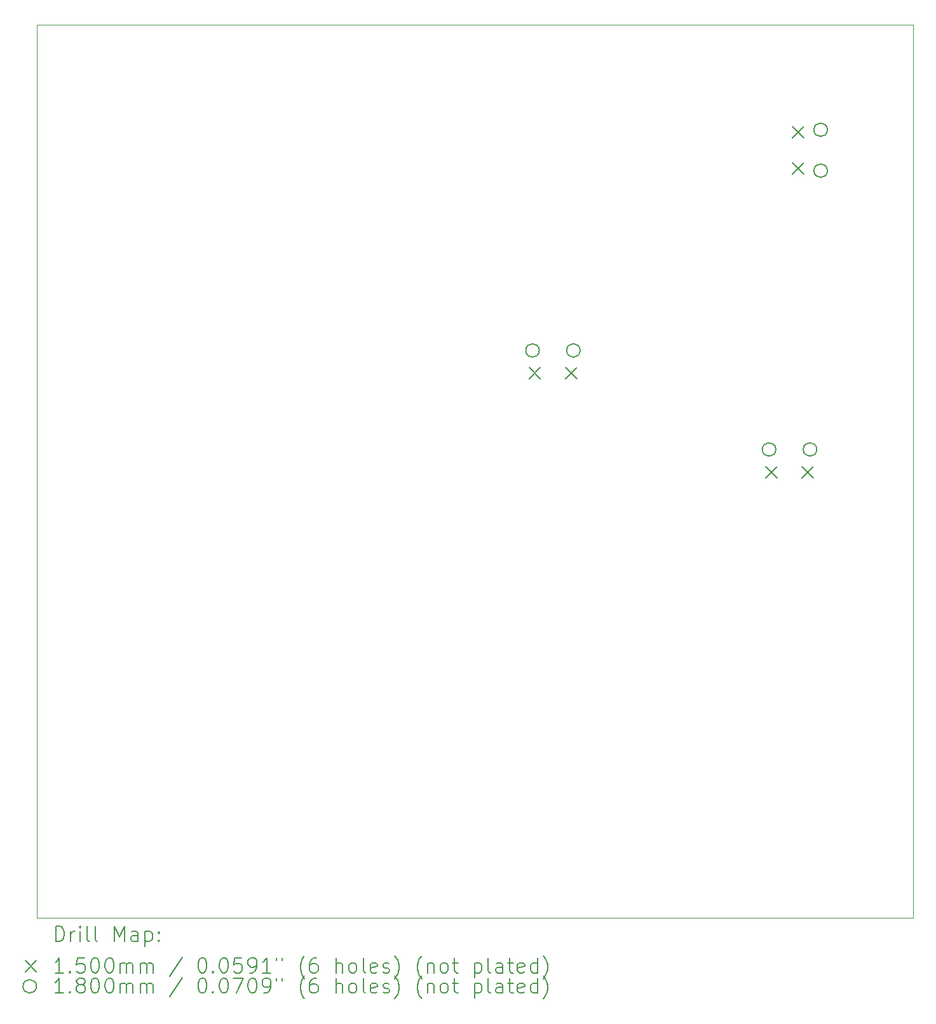
<source format=gbr>
%TF.GenerationSoftware,KiCad,Pcbnew,6.0.11-2627ca5db0~126~ubuntu22.04.1*%
%TF.CreationDate,2023-02-12T16:42:52+00:00*%
%TF.ProjectId,srom,73726f6d-2e6b-4696-9361-645f70636258,v1.0*%
%TF.SameCoordinates,Original*%
%TF.FileFunction,Drillmap*%
%TF.FilePolarity,Positive*%
%FSLAX45Y45*%
G04 Gerber Fmt 4.5, Leading zero omitted, Abs format (unit mm)*
G04 Created by KiCad (PCBNEW 6.0.11-2627ca5db0~126~ubuntu22.04.1) date 2023-02-12 16:42:52*
%MOMM*%
%LPD*%
G01*
G04 APERTURE LIST*
%ADD10C,0.100000*%
%ADD11C,0.200000*%
%ADD12C,0.150000*%
%ADD13C,0.180000*%
G04 APERTURE END LIST*
D10*
X4542000Y-5612000D02*
X16218000Y-5612000D01*
X16218000Y-5612000D02*
X16218000Y-17507000D01*
X16218000Y-17507000D02*
X4542000Y-17507000D01*
X4542000Y-17507000D02*
X4542000Y-5612000D01*
D11*
D12*
X11101500Y-10179500D02*
X11251500Y-10329500D01*
X11251500Y-10179500D02*
X11101500Y-10329500D01*
X11586500Y-10179500D02*
X11736500Y-10329500D01*
X11736500Y-10179500D02*
X11586500Y-10329500D01*
X14253500Y-11498500D02*
X14403500Y-11648500D01*
X14403500Y-11498500D02*
X14253500Y-11648500D01*
X14607500Y-6967500D02*
X14757500Y-7117500D01*
X14757500Y-6967500D02*
X14607500Y-7117500D01*
X14607500Y-7452500D02*
X14757500Y-7602500D01*
X14757500Y-7452500D02*
X14607500Y-7602500D01*
X14738500Y-11498500D02*
X14888500Y-11648500D01*
X14888500Y-11498500D02*
X14738500Y-11648500D01*
D13*
X11236500Y-9951500D02*
G75*
G03*
X11236500Y-9951500I-90000J0D01*
G01*
X11781500Y-9951500D02*
G75*
G03*
X11781500Y-9951500I-90000J0D01*
G01*
X14388500Y-11270500D02*
G75*
G03*
X14388500Y-11270500I-90000J0D01*
G01*
X14933500Y-11270500D02*
G75*
G03*
X14933500Y-11270500I-90000J0D01*
G01*
X15075500Y-7012500D02*
G75*
G03*
X15075500Y-7012500I-90000J0D01*
G01*
X15075500Y-7557500D02*
G75*
G03*
X15075500Y-7557500I-90000J0D01*
G01*
D11*
X4794619Y-17822476D02*
X4794619Y-17622476D01*
X4842238Y-17622476D01*
X4870810Y-17632000D01*
X4889857Y-17651048D01*
X4899381Y-17670095D01*
X4908905Y-17708190D01*
X4908905Y-17736762D01*
X4899381Y-17774857D01*
X4889857Y-17793905D01*
X4870810Y-17812952D01*
X4842238Y-17822476D01*
X4794619Y-17822476D01*
X4994619Y-17822476D02*
X4994619Y-17689143D01*
X4994619Y-17727238D02*
X5004143Y-17708190D01*
X5013667Y-17698667D01*
X5032714Y-17689143D01*
X5051762Y-17689143D01*
X5118429Y-17822476D02*
X5118429Y-17689143D01*
X5118429Y-17622476D02*
X5108905Y-17632000D01*
X5118429Y-17641524D01*
X5127952Y-17632000D01*
X5118429Y-17622476D01*
X5118429Y-17641524D01*
X5242238Y-17822476D02*
X5223190Y-17812952D01*
X5213667Y-17793905D01*
X5213667Y-17622476D01*
X5347000Y-17822476D02*
X5327952Y-17812952D01*
X5318429Y-17793905D01*
X5318429Y-17622476D01*
X5575571Y-17822476D02*
X5575571Y-17622476D01*
X5642238Y-17765333D01*
X5708905Y-17622476D01*
X5708905Y-17822476D01*
X5889857Y-17822476D02*
X5889857Y-17717714D01*
X5880333Y-17698667D01*
X5861286Y-17689143D01*
X5823190Y-17689143D01*
X5804143Y-17698667D01*
X5889857Y-17812952D02*
X5870809Y-17822476D01*
X5823190Y-17822476D01*
X5804143Y-17812952D01*
X5794619Y-17793905D01*
X5794619Y-17774857D01*
X5804143Y-17755810D01*
X5823190Y-17746286D01*
X5870809Y-17746286D01*
X5889857Y-17736762D01*
X5985095Y-17689143D02*
X5985095Y-17889143D01*
X5985095Y-17698667D02*
X6004143Y-17689143D01*
X6042238Y-17689143D01*
X6061286Y-17698667D01*
X6070809Y-17708190D01*
X6080333Y-17727238D01*
X6080333Y-17784381D01*
X6070809Y-17803429D01*
X6061286Y-17812952D01*
X6042238Y-17822476D01*
X6004143Y-17822476D01*
X5985095Y-17812952D01*
X6166048Y-17803429D02*
X6175571Y-17812952D01*
X6166048Y-17822476D01*
X6156524Y-17812952D01*
X6166048Y-17803429D01*
X6166048Y-17822476D01*
X6166048Y-17698667D02*
X6175571Y-17708190D01*
X6166048Y-17717714D01*
X6156524Y-17708190D01*
X6166048Y-17698667D01*
X6166048Y-17717714D01*
D12*
X4387000Y-18077000D02*
X4537000Y-18227000D01*
X4537000Y-18077000D02*
X4387000Y-18227000D01*
D11*
X4899381Y-18242476D02*
X4785095Y-18242476D01*
X4842238Y-18242476D02*
X4842238Y-18042476D01*
X4823190Y-18071048D01*
X4804143Y-18090095D01*
X4785095Y-18099619D01*
X4985095Y-18223429D02*
X4994619Y-18232952D01*
X4985095Y-18242476D01*
X4975571Y-18232952D01*
X4985095Y-18223429D01*
X4985095Y-18242476D01*
X5175571Y-18042476D02*
X5080333Y-18042476D01*
X5070810Y-18137714D01*
X5080333Y-18128190D01*
X5099381Y-18118667D01*
X5147000Y-18118667D01*
X5166048Y-18128190D01*
X5175571Y-18137714D01*
X5185095Y-18156762D01*
X5185095Y-18204381D01*
X5175571Y-18223429D01*
X5166048Y-18232952D01*
X5147000Y-18242476D01*
X5099381Y-18242476D01*
X5080333Y-18232952D01*
X5070810Y-18223429D01*
X5308905Y-18042476D02*
X5327952Y-18042476D01*
X5347000Y-18052000D01*
X5356524Y-18061524D01*
X5366048Y-18080571D01*
X5375571Y-18118667D01*
X5375571Y-18166286D01*
X5366048Y-18204381D01*
X5356524Y-18223429D01*
X5347000Y-18232952D01*
X5327952Y-18242476D01*
X5308905Y-18242476D01*
X5289857Y-18232952D01*
X5280333Y-18223429D01*
X5270810Y-18204381D01*
X5261286Y-18166286D01*
X5261286Y-18118667D01*
X5270810Y-18080571D01*
X5280333Y-18061524D01*
X5289857Y-18052000D01*
X5308905Y-18042476D01*
X5499381Y-18042476D02*
X5518429Y-18042476D01*
X5537476Y-18052000D01*
X5547000Y-18061524D01*
X5556524Y-18080571D01*
X5566048Y-18118667D01*
X5566048Y-18166286D01*
X5556524Y-18204381D01*
X5547000Y-18223429D01*
X5537476Y-18232952D01*
X5518429Y-18242476D01*
X5499381Y-18242476D01*
X5480333Y-18232952D01*
X5470810Y-18223429D01*
X5461286Y-18204381D01*
X5451762Y-18166286D01*
X5451762Y-18118667D01*
X5461286Y-18080571D01*
X5470810Y-18061524D01*
X5480333Y-18052000D01*
X5499381Y-18042476D01*
X5651762Y-18242476D02*
X5651762Y-18109143D01*
X5651762Y-18128190D02*
X5661286Y-18118667D01*
X5680333Y-18109143D01*
X5708905Y-18109143D01*
X5727952Y-18118667D01*
X5737476Y-18137714D01*
X5737476Y-18242476D01*
X5737476Y-18137714D02*
X5747000Y-18118667D01*
X5766048Y-18109143D01*
X5794619Y-18109143D01*
X5813667Y-18118667D01*
X5823190Y-18137714D01*
X5823190Y-18242476D01*
X5918428Y-18242476D02*
X5918428Y-18109143D01*
X5918428Y-18128190D02*
X5927952Y-18118667D01*
X5947000Y-18109143D01*
X5975571Y-18109143D01*
X5994619Y-18118667D01*
X6004143Y-18137714D01*
X6004143Y-18242476D01*
X6004143Y-18137714D02*
X6013667Y-18118667D01*
X6032714Y-18109143D01*
X6061286Y-18109143D01*
X6080333Y-18118667D01*
X6089857Y-18137714D01*
X6089857Y-18242476D01*
X6480333Y-18032952D02*
X6308905Y-18290095D01*
X6737476Y-18042476D02*
X6756524Y-18042476D01*
X6775571Y-18052000D01*
X6785095Y-18061524D01*
X6794619Y-18080571D01*
X6804143Y-18118667D01*
X6804143Y-18166286D01*
X6794619Y-18204381D01*
X6785095Y-18223429D01*
X6775571Y-18232952D01*
X6756524Y-18242476D01*
X6737476Y-18242476D01*
X6718428Y-18232952D01*
X6708905Y-18223429D01*
X6699381Y-18204381D01*
X6689857Y-18166286D01*
X6689857Y-18118667D01*
X6699381Y-18080571D01*
X6708905Y-18061524D01*
X6718428Y-18052000D01*
X6737476Y-18042476D01*
X6889857Y-18223429D02*
X6899381Y-18232952D01*
X6889857Y-18242476D01*
X6880333Y-18232952D01*
X6889857Y-18223429D01*
X6889857Y-18242476D01*
X7023190Y-18042476D02*
X7042238Y-18042476D01*
X7061286Y-18052000D01*
X7070809Y-18061524D01*
X7080333Y-18080571D01*
X7089857Y-18118667D01*
X7089857Y-18166286D01*
X7080333Y-18204381D01*
X7070809Y-18223429D01*
X7061286Y-18232952D01*
X7042238Y-18242476D01*
X7023190Y-18242476D01*
X7004143Y-18232952D01*
X6994619Y-18223429D01*
X6985095Y-18204381D01*
X6975571Y-18166286D01*
X6975571Y-18118667D01*
X6985095Y-18080571D01*
X6994619Y-18061524D01*
X7004143Y-18052000D01*
X7023190Y-18042476D01*
X7270809Y-18042476D02*
X7175571Y-18042476D01*
X7166048Y-18137714D01*
X7175571Y-18128190D01*
X7194619Y-18118667D01*
X7242238Y-18118667D01*
X7261286Y-18128190D01*
X7270809Y-18137714D01*
X7280333Y-18156762D01*
X7280333Y-18204381D01*
X7270809Y-18223429D01*
X7261286Y-18232952D01*
X7242238Y-18242476D01*
X7194619Y-18242476D01*
X7175571Y-18232952D01*
X7166048Y-18223429D01*
X7375571Y-18242476D02*
X7413667Y-18242476D01*
X7432714Y-18232952D01*
X7442238Y-18223429D01*
X7461286Y-18194857D01*
X7470809Y-18156762D01*
X7470809Y-18080571D01*
X7461286Y-18061524D01*
X7451762Y-18052000D01*
X7432714Y-18042476D01*
X7394619Y-18042476D01*
X7375571Y-18052000D01*
X7366048Y-18061524D01*
X7356524Y-18080571D01*
X7356524Y-18128190D01*
X7366048Y-18147238D01*
X7375571Y-18156762D01*
X7394619Y-18166286D01*
X7432714Y-18166286D01*
X7451762Y-18156762D01*
X7461286Y-18147238D01*
X7470809Y-18128190D01*
X7661286Y-18242476D02*
X7547000Y-18242476D01*
X7604143Y-18242476D02*
X7604143Y-18042476D01*
X7585095Y-18071048D01*
X7566048Y-18090095D01*
X7547000Y-18099619D01*
X7737476Y-18042476D02*
X7737476Y-18080571D01*
X7813667Y-18042476D02*
X7813667Y-18080571D01*
X8108905Y-18318667D02*
X8099381Y-18309143D01*
X8080333Y-18280571D01*
X8070809Y-18261524D01*
X8061286Y-18232952D01*
X8051762Y-18185333D01*
X8051762Y-18147238D01*
X8061286Y-18099619D01*
X8070809Y-18071048D01*
X8080333Y-18052000D01*
X8099381Y-18023429D01*
X8108905Y-18013905D01*
X8270809Y-18042476D02*
X8232714Y-18042476D01*
X8213667Y-18052000D01*
X8204143Y-18061524D01*
X8185095Y-18090095D01*
X8175571Y-18128190D01*
X8175571Y-18204381D01*
X8185095Y-18223429D01*
X8194619Y-18232952D01*
X8213667Y-18242476D01*
X8251762Y-18242476D01*
X8270809Y-18232952D01*
X8280333Y-18223429D01*
X8289857Y-18204381D01*
X8289857Y-18156762D01*
X8280333Y-18137714D01*
X8270809Y-18128190D01*
X8251762Y-18118667D01*
X8213667Y-18118667D01*
X8194619Y-18128190D01*
X8185095Y-18137714D01*
X8175571Y-18156762D01*
X8527952Y-18242476D02*
X8527952Y-18042476D01*
X8613667Y-18242476D02*
X8613667Y-18137714D01*
X8604143Y-18118667D01*
X8585095Y-18109143D01*
X8556524Y-18109143D01*
X8537476Y-18118667D01*
X8527952Y-18128190D01*
X8737476Y-18242476D02*
X8718429Y-18232952D01*
X8708905Y-18223429D01*
X8699381Y-18204381D01*
X8699381Y-18147238D01*
X8708905Y-18128190D01*
X8718429Y-18118667D01*
X8737476Y-18109143D01*
X8766048Y-18109143D01*
X8785095Y-18118667D01*
X8794619Y-18128190D01*
X8804143Y-18147238D01*
X8804143Y-18204381D01*
X8794619Y-18223429D01*
X8785095Y-18232952D01*
X8766048Y-18242476D01*
X8737476Y-18242476D01*
X8918429Y-18242476D02*
X8899381Y-18232952D01*
X8889857Y-18213905D01*
X8889857Y-18042476D01*
X9070810Y-18232952D02*
X9051762Y-18242476D01*
X9013667Y-18242476D01*
X8994619Y-18232952D01*
X8985095Y-18213905D01*
X8985095Y-18137714D01*
X8994619Y-18118667D01*
X9013667Y-18109143D01*
X9051762Y-18109143D01*
X9070810Y-18118667D01*
X9080333Y-18137714D01*
X9080333Y-18156762D01*
X8985095Y-18175810D01*
X9156524Y-18232952D02*
X9175571Y-18242476D01*
X9213667Y-18242476D01*
X9232714Y-18232952D01*
X9242238Y-18213905D01*
X9242238Y-18204381D01*
X9232714Y-18185333D01*
X9213667Y-18175810D01*
X9185095Y-18175810D01*
X9166048Y-18166286D01*
X9156524Y-18147238D01*
X9156524Y-18137714D01*
X9166048Y-18118667D01*
X9185095Y-18109143D01*
X9213667Y-18109143D01*
X9232714Y-18118667D01*
X9308905Y-18318667D02*
X9318429Y-18309143D01*
X9337476Y-18280571D01*
X9347000Y-18261524D01*
X9356524Y-18232952D01*
X9366048Y-18185333D01*
X9366048Y-18147238D01*
X9356524Y-18099619D01*
X9347000Y-18071048D01*
X9337476Y-18052000D01*
X9318429Y-18023429D01*
X9308905Y-18013905D01*
X9670810Y-18318667D02*
X9661286Y-18309143D01*
X9642238Y-18280571D01*
X9632714Y-18261524D01*
X9623190Y-18232952D01*
X9613667Y-18185333D01*
X9613667Y-18147238D01*
X9623190Y-18099619D01*
X9632714Y-18071048D01*
X9642238Y-18052000D01*
X9661286Y-18023429D01*
X9670810Y-18013905D01*
X9747000Y-18109143D02*
X9747000Y-18242476D01*
X9747000Y-18128190D02*
X9756524Y-18118667D01*
X9775571Y-18109143D01*
X9804143Y-18109143D01*
X9823190Y-18118667D01*
X9832714Y-18137714D01*
X9832714Y-18242476D01*
X9956524Y-18242476D02*
X9937476Y-18232952D01*
X9927952Y-18223429D01*
X9918429Y-18204381D01*
X9918429Y-18147238D01*
X9927952Y-18128190D01*
X9937476Y-18118667D01*
X9956524Y-18109143D01*
X9985095Y-18109143D01*
X10004143Y-18118667D01*
X10013667Y-18128190D01*
X10023190Y-18147238D01*
X10023190Y-18204381D01*
X10013667Y-18223429D01*
X10004143Y-18232952D01*
X9985095Y-18242476D01*
X9956524Y-18242476D01*
X10080333Y-18109143D02*
X10156524Y-18109143D01*
X10108905Y-18042476D02*
X10108905Y-18213905D01*
X10118429Y-18232952D01*
X10137476Y-18242476D01*
X10156524Y-18242476D01*
X10375571Y-18109143D02*
X10375571Y-18309143D01*
X10375571Y-18118667D02*
X10394619Y-18109143D01*
X10432714Y-18109143D01*
X10451762Y-18118667D01*
X10461286Y-18128190D01*
X10470810Y-18147238D01*
X10470810Y-18204381D01*
X10461286Y-18223429D01*
X10451762Y-18232952D01*
X10432714Y-18242476D01*
X10394619Y-18242476D01*
X10375571Y-18232952D01*
X10585095Y-18242476D02*
X10566048Y-18232952D01*
X10556524Y-18213905D01*
X10556524Y-18042476D01*
X10747000Y-18242476D02*
X10747000Y-18137714D01*
X10737476Y-18118667D01*
X10718429Y-18109143D01*
X10680333Y-18109143D01*
X10661286Y-18118667D01*
X10747000Y-18232952D02*
X10727952Y-18242476D01*
X10680333Y-18242476D01*
X10661286Y-18232952D01*
X10651762Y-18213905D01*
X10651762Y-18194857D01*
X10661286Y-18175810D01*
X10680333Y-18166286D01*
X10727952Y-18166286D01*
X10747000Y-18156762D01*
X10813667Y-18109143D02*
X10889857Y-18109143D01*
X10842238Y-18042476D02*
X10842238Y-18213905D01*
X10851762Y-18232952D01*
X10870810Y-18242476D01*
X10889857Y-18242476D01*
X11032714Y-18232952D02*
X11013667Y-18242476D01*
X10975571Y-18242476D01*
X10956524Y-18232952D01*
X10947000Y-18213905D01*
X10947000Y-18137714D01*
X10956524Y-18118667D01*
X10975571Y-18109143D01*
X11013667Y-18109143D01*
X11032714Y-18118667D01*
X11042238Y-18137714D01*
X11042238Y-18156762D01*
X10947000Y-18175810D01*
X11213667Y-18242476D02*
X11213667Y-18042476D01*
X11213667Y-18232952D02*
X11194619Y-18242476D01*
X11156524Y-18242476D01*
X11137476Y-18232952D01*
X11127952Y-18223429D01*
X11118429Y-18204381D01*
X11118429Y-18147238D01*
X11127952Y-18128190D01*
X11137476Y-18118667D01*
X11156524Y-18109143D01*
X11194619Y-18109143D01*
X11213667Y-18118667D01*
X11289857Y-18318667D02*
X11299381Y-18309143D01*
X11318428Y-18280571D01*
X11327952Y-18261524D01*
X11337476Y-18232952D01*
X11347000Y-18185333D01*
X11347000Y-18147238D01*
X11337476Y-18099619D01*
X11327952Y-18071048D01*
X11318428Y-18052000D01*
X11299381Y-18023429D01*
X11289857Y-18013905D01*
D13*
X4537000Y-18422000D02*
G75*
G03*
X4537000Y-18422000I-90000J0D01*
G01*
D11*
X4899381Y-18512476D02*
X4785095Y-18512476D01*
X4842238Y-18512476D02*
X4842238Y-18312476D01*
X4823190Y-18341048D01*
X4804143Y-18360095D01*
X4785095Y-18369619D01*
X4985095Y-18493429D02*
X4994619Y-18502952D01*
X4985095Y-18512476D01*
X4975571Y-18502952D01*
X4985095Y-18493429D01*
X4985095Y-18512476D01*
X5108905Y-18398190D02*
X5089857Y-18388667D01*
X5080333Y-18379143D01*
X5070810Y-18360095D01*
X5070810Y-18350571D01*
X5080333Y-18331524D01*
X5089857Y-18322000D01*
X5108905Y-18312476D01*
X5147000Y-18312476D01*
X5166048Y-18322000D01*
X5175571Y-18331524D01*
X5185095Y-18350571D01*
X5185095Y-18360095D01*
X5175571Y-18379143D01*
X5166048Y-18388667D01*
X5147000Y-18398190D01*
X5108905Y-18398190D01*
X5089857Y-18407714D01*
X5080333Y-18417238D01*
X5070810Y-18436286D01*
X5070810Y-18474381D01*
X5080333Y-18493429D01*
X5089857Y-18502952D01*
X5108905Y-18512476D01*
X5147000Y-18512476D01*
X5166048Y-18502952D01*
X5175571Y-18493429D01*
X5185095Y-18474381D01*
X5185095Y-18436286D01*
X5175571Y-18417238D01*
X5166048Y-18407714D01*
X5147000Y-18398190D01*
X5308905Y-18312476D02*
X5327952Y-18312476D01*
X5347000Y-18322000D01*
X5356524Y-18331524D01*
X5366048Y-18350571D01*
X5375571Y-18388667D01*
X5375571Y-18436286D01*
X5366048Y-18474381D01*
X5356524Y-18493429D01*
X5347000Y-18502952D01*
X5327952Y-18512476D01*
X5308905Y-18512476D01*
X5289857Y-18502952D01*
X5280333Y-18493429D01*
X5270810Y-18474381D01*
X5261286Y-18436286D01*
X5261286Y-18388667D01*
X5270810Y-18350571D01*
X5280333Y-18331524D01*
X5289857Y-18322000D01*
X5308905Y-18312476D01*
X5499381Y-18312476D02*
X5518429Y-18312476D01*
X5537476Y-18322000D01*
X5547000Y-18331524D01*
X5556524Y-18350571D01*
X5566048Y-18388667D01*
X5566048Y-18436286D01*
X5556524Y-18474381D01*
X5547000Y-18493429D01*
X5537476Y-18502952D01*
X5518429Y-18512476D01*
X5499381Y-18512476D01*
X5480333Y-18502952D01*
X5470810Y-18493429D01*
X5461286Y-18474381D01*
X5451762Y-18436286D01*
X5451762Y-18388667D01*
X5461286Y-18350571D01*
X5470810Y-18331524D01*
X5480333Y-18322000D01*
X5499381Y-18312476D01*
X5651762Y-18512476D02*
X5651762Y-18379143D01*
X5651762Y-18398190D02*
X5661286Y-18388667D01*
X5680333Y-18379143D01*
X5708905Y-18379143D01*
X5727952Y-18388667D01*
X5737476Y-18407714D01*
X5737476Y-18512476D01*
X5737476Y-18407714D02*
X5747000Y-18388667D01*
X5766048Y-18379143D01*
X5794619Y-18379143D01*
X5813667Y-18388667D01*
X5823190Y-18407714D01*
X5823190Y-18512476D01*
X5918428Y-18512476D02*
X5918428Y-18379143D01*
X5918428Y-18398190D02*
X5927952Y-18388667D01*
X5947000Y-18379143D01*
X5975571Y-18379143D01*
X5994619Y-18388667D01*
X6004143Y-18407714D01*
X6004143Y-18512476D01*
X6004143Y-18407714D02*
X6013667Y-18388667D01*
X6032714Y-18379143D01*
X6061286Y-18379143D01*
X6080333Y-18388667D01*
X6089857Y-18407714D01*
X6089857Y-18512476D01*
X6480333Y-18302952D02*
X6308905Y-18560095D01*
X6737476Y-18312476D02*
X6756524Y-18312476D01*
X6775571Y-18322000D01*
X6785095Y-18331524D01*
X6794619Y-18350571D01*
X6804143Y-18388667D01*
X6804143Y-18436286D01*
X6794619Y-18474381D01*
X6785095Y-18493429D01*
X6775571Y-18502952D01*
X6756524Y-18512476D01*
X6737476Y-18512476D01*
X6718428Y-18502952D01*
X6708905Y-18493429D01*
X6699381Y-18474381D01*
X6689857Y-18436286D01*
X6689857Y-18388667D01*
X6699381Y-18350571D01*
X6708905Y-18331524D01*
X6718428Y-18322000D01*
X6737476Y-18312476D01*
X6889857Y-18493429D02*
X6899381Y-18502952D01*
X6889857Y-18512476D01*
X6880333Y-18502952D01*
X6889857Y-18493429D01*
X6889857Y-18512476D01*
X7023190Y-18312476D02*
X7042238Y-18312476D01*
X7061286Y-18322000D01*
X7070809Y-18331524D01*
X7080333Y-18350571D01*
X7089857Y-18388667D01*
X7089857Y-18436286D01*
X7080333Y-18474381D01*
X7070809Y-18493429D01*
X7061286Y-18502952D01*
X7042238Y-18512476D01*
X7023190Y-18512476D01*
X7004143Y-18502952D01*
X6994619Y-18493429D01*
X6985095Y-18474381D01*
X6975571Y-18436286D01*
X6975571Y-18388667D01*
X6985095Y-18350571D01*
X6994619Y-18331524D01*
X7004143Y-18322000D01*
X7023190Y-18312476D01*
X7156524Y-18312476D02*
X7289857Y-18312476D01*
X7204143Y-18512476D01*
X7404143Y-18312476D02*
X7423190Y-18312476D01*
X7442238Y-18322000D01*
X7451762Y-18331524D01*
X7461286Y-18350571D01*
X7470809Y-18388667D01*
X7470809Y-18436286D01*
X7461286Y-18474381D01*
X7451762Y-18493429D01*
X7442238Y-18502952D01*
X7423190Y-18512476D01*
X7404143Y-18512476D01*
X7385095Y-18502952D01*
X7375571Y-18493429D01*
X7366048Y-18474381D01*
X7356524Y-18436286D01*
X7356524Y-18388667D01*
X7366048Y-18350571D01*
X7375571Y-18331524D01*
X7385095Y-18322000D01*
X7404143Y-18312476D01*
X7566048Y-18512476D02*
X7604143Y-18512476D01*
X7623190Y-18502952D01*
X7632714Y-18493429D01*
X7651762Y-18464857D01*
X7661286Y-18426762D01*
X7661286Y-18350571D01*
X7651762Y-18331524D01*
X7642238Y-18322000D01*
X7623190Y-18312476D01*
X7585095Y-18312476D01*
X7566048Y-18322000D01*
X7556524Y-18331524D01*
X7547000Y-18350571D01*
X7547000Y-18398190D01*
X7556524Y-18417238D01*
X7566048Y-18426762D01*
X7585095Y-18436286D01*
X7623190Y-18436286D01*
X7642238Y-18426762D01*
X7651762Y-18417238D01*
X7661286Y-18398190D01*
X7737476Y-18312476D02*
X7737476Y-18350571D01*
X7813667Y-18312476D02*
X7813667Y-18350571D01*
X8108905Y-18588667D02*
X8099381Y-18579143D01*
X8080333Y-18550571D01*
X8070809Y-18531524D01*
X8061286Y-18502952D01*
X8051762Y-18455333D01*
X8051762Y-18417238D01*
X8061286Y-18369619D01*
X8070809Y-18341048D01*
X8080333Y-18322000D01*
X8099381Y-18293429D01*
X8108905Y-18283905D01*
X8270809Y-18312476D02*
X8232714Y-18312476D01*
X8213667Y-18322000D01*
X8204143Y-18331524D01*
X8185095Y-18360095D01*
X8175571Y-18398190D01*
X8175571Y-18474381D01*
X8185095Y-18493429D01*
X8194619Y-18502952D01*
X8213667Y-18512476D01*
X8251762Y-18512476D01*
X8270809Y-18502952D01*
X8280333Y-18493429D01*
X8289857Y-18474381D01*
X8289857Y-18426762D01*
X8280333Y-18407714D01*
X8270809Y-18398190D01*
X8251762Y-18388667D01*
X8213667Y-18388667D01*
X8194619Y-18398190D01*
X8185095Y-18407714D01*
X8175571Y-18426762D01*
X8527952Y-18512476D02*
X8527952Y-18312476D01*
X8613667Y-18512476D02*
X8613667Y-18407714D01*
X8604143Y-18388667D01*
X8585095Y-18379143D01*
X8556524Y-18379143D01*
X8537476Y-18388667D01*
X8527952Y-18398190D01*
X8737476Y-18512476D02*
X8718429Y-18502952D01*
X8708905Y-18493429D01*
X8699381Y-18474381D01*
X8699381Y-18417238D01*
X8708905Y-18398190D01*
X8718429Y-18388667D01*
X8737476Y-18379143D01*
X8766048Y-18379143D01*
X8785095Y-18388667D01*
X8794619Y-18398190D01*
X8804143Y-18417238D01*
X8804143Y-18474381D01*
X8794619Y-18493429D01*
X8785095Y-18502952D01*
X8766048Y-18512476D01*
X8737476Y-18512476D01*
X8918429Y-18512476D02*
X8899381Y-18502952D01*
X8889857Y-18483905D01*
X8889857Y-18312476D01*
X9070810Y-18502952D02*
X9051762Y-18512476D01*
X9013667Y-18512476D01*
X8994619Y-18502952D01*
X8985095Y-18483905D01*
X8985095Y-18407714D01*
X8994619Y-18388667D01*
X9013667Y-18379143D01*
X9051762Y-18379143D01*
X9070810Y-18388667D01*
X9080333Y-18407714D01*
X9080333Y-18426762D01*
X8985095Y-18445810D01*
X9156524Y-18502952D02*
X9175571Y-18512476D01*
X9213667Y-18512476D01*
X9232714Y-18502952D01*
X9242238Y-18483905D01*
X9242238Y-18474381D01*
X9232714Y-18455333D01*
X9213667Y-18445810D01*
X9185095Y-18445810D01*
X9166048Y-18436286D01*
X9156524Y-18417238D01*
X9156524Y-18407714D01*
X9166048Y-18388667D01*
X9185095Y-18379143D01*
X9213667Y-18379143D01*
X9232714Y-18388667D01*
X9308905Y-18588667D02*
X9318429Y-18579143D01*
X9337476Y-18550571D01*
X9347000Y-18531524D01*
X9356524Y-18502952D01*
X9366048Y-18455333D01*
X9366048Y-18417238D01*
X9356524Y-18369619D01*
X9347000Y-18341048D01*
X9337476Y-18322000D01*
X9318429Y-18293429D01*
X9308905Y-18283905D01*
X9670810Y-18588667D02*
X9661286Y-18579143D01*
X9642238Y-18550571D01*
X9632714Y-18531524D01*
X9623190Y-18502952D01*
X9613667Y-18455333D01*
X9613667Y-18417238D01*
X9623190Y-18369619D01*
X9632714Y-18341048D01*
X9642238Y-18322000D01*
X9661286Y-18293429D01*
X9670810Y-18283905D01*
X9747000Y-18379143D02*
X9747000Y-18512476D01*
X9747000Y-18398190D02*
X9756524Y-18388667D01*
X9775571Y-18379143D01*
X9804143Y-18379143D01*
X9823190Y-18388667D01*
X9832714Y-18407714D01*
X9832714Y-18512476D01*
X9956524Y-18512476D02*
X9937476Y-18502952D01*
X9927952Y-18493429D01*
X9918429Y-18474381D01*
X9918429Y-18417238D01*
X9927952Y-18398190D01*
X9937476Y-18388667D01*
X9956524Y-18379143D01*
X9985095Y-18379143D01*
X10004143Y-18388667D01*
X10013667Y-18398190D01*
X10023190Y-18417238D01*
X10023190Y-18474381D01*
X10013667Y-18493429D01*
X10004143Y-18502952D01*
X9985095Y-18512476D01*
X9956524Y-18512476D01*
X10080333Y-18379143D02*
X10156524Y-18379143D01*
X10108905Y-18312476D02*
X10108905Y-18483905D01*
X10118429Y-18502952D01*
X10137476Y-18512476D01*
X10156524Y-18512476D01*
X10375571Y-18379143D02*
X10375571Y-18579143D01*
X10375571Y-18388667D02*
X10394619Y-18379143D01*
X10432714Y-18379143D01*
X10451762Y-18388667D01*
X10461286Y-18398190D01*
X10470810Y-18417238D01*
X10470810Y-18474381D01*
X10461286Y-18493429D01*
X10451762Y-18502952D01*
X10432714Y-18512476D01*
X10394619Y-18512476D01*
X10375571Y-18502952D01*
X10585095Y-18512476D02*
X10566048Y-18502952D01*
X10556524Y-18483905D01*
X10556524Y-18312476D01*
X10747000Y-18512476D02*
X10747000Y-18407714D01*
X10737476Y-18388667D01*
X10718429Y-18379143D01*
X10680333Y-18379143D01*
X10661286Y-18388667D01*
X10747000Y-18502952D02*
X10727952Y-18512476D01*
X10680333Y-18512476D01*
X10661286Y-18502952D01*
X10651762Y-18483905D01*
X10651762Y-18464857D01*
X10661286Y-18445810D01*
X10680333Y-18436286D01*
X10727952Y-18436286D01*
X10747000Y-18426762D01*
X10813667Y-18379143D02*
X10889857Y-18379143D01*
X10842238Y-18312476D02*
X10842238Y-18483905D01*
X10851762Y-18502952D01*
X10870810Y-18512476D01*
X10889857Y-18512476D01*
X11032714Y-18502952D02*
X11013667Y-18512476D01*
X10975571Y-18512476D01*
X10956524Y-18502952D01*
X10947000Y-18483905D01*
X10947000Y-18407714D01*
X10956524Y-18388667D01*
X10975571Y-18379143D01*
X11013667Y-18379143D01*
X11032714Y-18388667D01*
X11042238Y-18407714D01*
X11042238Y-18426762D01*
X10947000Y-18445810D01*
X11213667Y-18512476D02*
X11213667Y-18312476D01*
X11213667Y-18502952D02*
X11194619Y-18512476D01*
X11156524Y-18512476D01*
X11137476Y-18502952D01*
X11127952Y-18493429D01*
X11118429Y-18474381D01*
X11118429Y-18417238D01*
X11127952Y-18398190D01*
X11137476Y-18388667D01*
X11156524Y-18379143D01*
X11194619Y-18379143D01*
X11213667Y-18388667D01*
X11289857Y-18588667D02*
X11299381Y-18579143D01*
X11318428Y-18550571D01*
X11327952Y-18531524D01*
X11337476Y-18502952D01*
X11347000Y-18455333D01*
X11347000Y-18417238D01*
X11337476Y-18369619D01*
X11327952Y-18341048D01*
X11318428Y-18322000D01*
X11299381Y-18293429D01*
X11289857Y-18283905D01*
M02*

</source>
